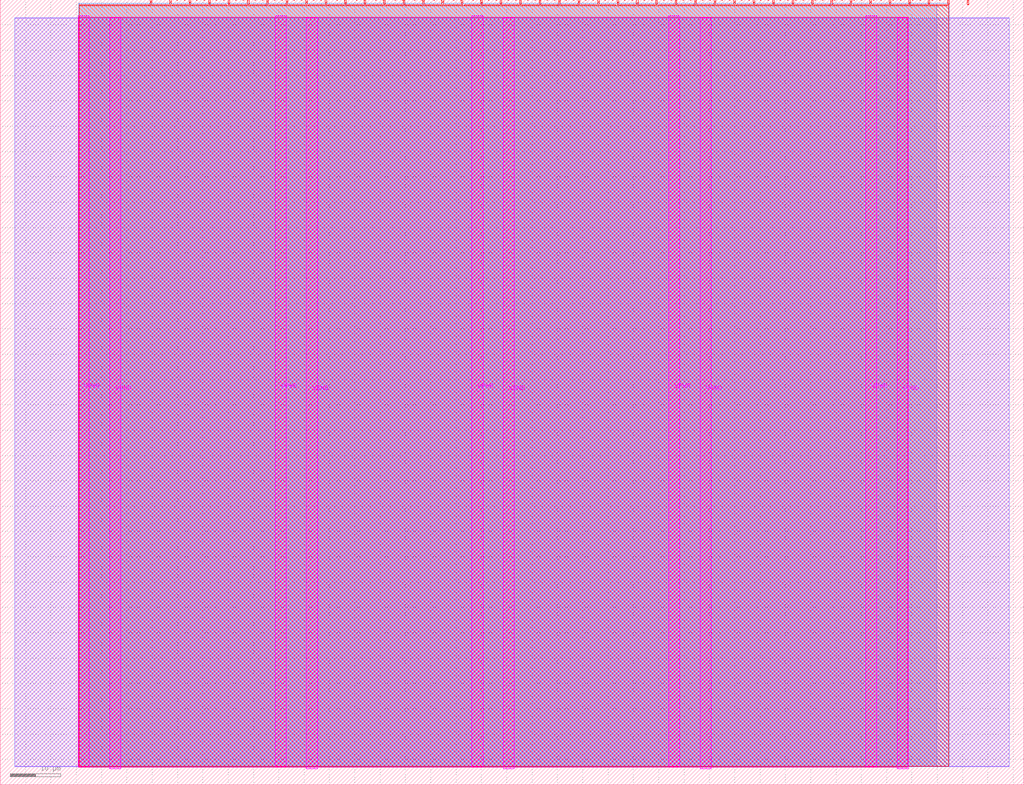
<source format=lef>
VERSION 5.7 ;
  NOWIREEXTENSIONATPIN ON ;
  DIVIDERCHAR "/" ;
  BUSBITCHARS "[]" ;
MACRO tt_um_wokwi_455291738750219265
  CLASS BLOCK ;
  FOREIGN tt_um_wokwi_455291738750219265 ;
  ORIGIN 0.000 0.000 ;
  SIZE 202.080 BY 154.980 ;
  PIN VGND
    DIRECTION INOUT ;
    USE GROUND ;
    PORT
      LAYER TopMetal1 ;
        RECT 21.580 3.150 23.780 151.420 ;
    END
    PORT
      LAYER TopMetal1 ;
        RECT 60.450 3.150 62.650 151.420 ;
    END
    PORT
      LAYER TopMetal1 ;
        RECT 99.320 3.150 101.520 151.420 ;
    END
    PORT
      LAYER TopMetal1 ;
        RECT 138.190 3.150 140.390 151.420 ;
    END
    PORT
      LAYER TopMetal1 ;
        RECT 177.060 3.150 179.260 151.420 ;
    END
  END VGND
  PIN VPWR
    DIRECTION INOUT ;
    USE POWER ;
    PORT
      LAYER TopMetal1 ;
        RECT 15.380 3.560 17.580 151.830 ;
    END
    PORT
      LAYER TopMetal1 ;
        RECT 54.250 3.560 56.450 151.830 ;
    END
    PORT
      LAYER TopMetal1 ;
        RECT 93.120 3.560 95.320 151.830 ;
    END
    PORT
      LAYER TopMetal1 ;
        RECT 131.990 3.560 134.190 151.830 ;
    END
    PORT
      LAYER TopMetal1 ;
        RECT 170.860 3.560 173.060 151.830 ;
    END
  END VPWR
  PIN clk
    DIRECTION INPUT ;
    USE SIGNAL ;
    ANTENNAGATEAREA 0.241800 ;
    PORT
      LAYER Metal4 ;
        RECT 187.050 153.980 187.350 154.980 ;
    END
  END clk
  PIN ena
    DIRECTION INPUT ;
    USE SIGNAL ;
    PORT
      LAYER Metal4 ;
        RECT 190.890 153.980 191.190 154.980 ;
    END
  END ena
  PIN rst_n
    DIRECTION INPUT ;
    USE SIGNAL ;
    ANTENNAGATEAREA 0.180700 ;
    PORT
      LAYER Metal4 ;
        RECT 183.210 153.980 183.510 154.980 ;
    END
  END rst_n
  PIN ui_in[0]
    DIRECTION INPUT ;
    USE SIGNAL ;
    ANTENNAGATEAREA 0.180700 ;
    PORT
      LAYER Metal4 ;
        RECT 179.370 153.980 179.670 154.980 ;
    END
  END ui_in[0]
  PIN ui_in[1]
    DIRECTION INPUT ;
    USE SIGNAL ;
    PORT
      LAYER Metal4 ;
        RECT 175.530 153.980 175.830 154.980 ;
    END
  END ui_in[1]
  PIN ui_in[2]
    DIRECTION INPUT ;
    USE SIGNAL ;
    ANTENNAGATEAREA 0.180700 ;
    PORT
      LAYER Metal4 ;
        RECT 171.690 153.980 171.990 154.980 ;
    END
  END ui_in[2]
  PIN ui_in[3]
    DIRECTION INPUT ;
    USE SIGNAL ;
    ANTENNAGATEAREA 0.180700 ;
    PORT
      LAYER Metal4 ;
        RECT 167.850 153.980 168.150 154.980 ;
    END
  END ui_in[3]
  PIN ui_in[4]
    DIRECTION INPUT ;
    USE SIGNAL ;
    ANTENNAGATEAREA 0.180700 ;
    PORT
      LAYER Metal4 ;
        RECT 164.010 153.980 164.310 154.980 ;
    END
  END ui_in[4]
  PIN ui_in[5]
    DIRECTION INPUT ;
    USE SIGNAL ;
    ANTENNAGATEAREA 0.180700 ;
    PORT
      LAYER Metal4 ;
        RECT 160.170 153.980 160.470 154.980 ;
    END
  END ui_in[5]
  PIN ui_in[6]
    DIRECTION INPUT ;
    USE SIGNAL ;
    ANTENNAGATEAREA 0.180700 ;
    PORT
      LAYER Metal4 ;
        RECT 156.330 153.980 156.630 154.980 ;
    END
  END ui_in[6]
  PIN ui_in[7]
    DIRECTION INPUT ;
    USE SIGNAL ;
    ANTENNAGATEAREA 0.180700 ;
    PORT
      LAYER Metal4 ;
        RECT 152.490 153.980 152.790 154.980 ;
    END
  END ui_in[7]
  PIN uio_in[0]
    DIRECTION INPUT ;
    USE SIGNAL ;
    PORT
      LAYER Metal4 ;
        RECT 148.650 153.980 148.950 154.980 ;
    END
  END uio_in[0]
  PIN uio_in[1]
    DIRECTION INPUT ;
    USE SIGNAL ;
    PORT
      LAYER Metal4 ;
        RECT 144.810 153.980 145.110 154.980 ;
    END
  END uio_in[1]
  PIN uio_in[2]
    DIRECTION INPUT ;
    USE SIGNAL ;
    PORT
      LAYER Metal4 ;
        RECT 140.970 153.980 141.270 154.980 ;
    END
  END uio_in[2]
  PIN uio_in[3]
    DIRECTION INPUT ;
    USE SIGNAL ;
    PORT
      LAYER Metal4 ;
        RECT 137.130 153.980 137.430 154.980 ;
    END
  END uio_in[3]
  PIN uio_in[4]
    DIRECTION INPUT ;
    USE SIGNAL ;
    PORT
      LAYER Metal4 ;
        RECT 133.290 153.980 133.590 154.980 ;
    END
  END uio_in[4]
  PIN uio_in[5]
    DIRECTION INPUT ;
    USE SIGNAL ;
    PORT
      LAYER Metal4 ;
        RECT 129.450 153.980 129.750 154.980 ;
    END
  END uio_in[5]
  PIN uio_in[6]
    DIRECTION INPUT ;
    USE SIGNAL ;
    PORT
      LAYER Metal4 ;
        RECT 125.610 153.980 125.910 154.980 ;
    END
  END uio_in[6]
  PIN uio_in[7]
    DIRECTION INPUT ;
    USE SIGNAL ;
    PORT
      LAYER Metal4 ;
        RECT 121.770 153.980 122.070 154.980 ;
    END
  END uio_in[7]
  PIN uio_oe[0]
    DIRECTION OUTPUT ;
    USE SIGNAL ;
    ANTENNADIFFAREA 0.299200 ;
    PORT
      LAYER Metal4 ;
        RECT 56.490 153.980 56.790 154.980 ;
    END
  END uio_oe[0]
  PIN uio_oe[1]
    DIRECTION OUTPUT ;
    USE SIGNAL ;
    ANTENNADIFFAREA 0.299200 ;
    PORT
      LAYER Metal4 ;
        RECT 52.650 153.980 52.950 154.980 ;
    END
  END uio_oe[1]
  PIN uio_oe[2]
    DIRECTION OUTPUT ;
    USE SIGNAL ;
    ANTENNADIFFAREA 0.299200 ;
    PORT
      LAYER Metal4 ;
        RECT 48.810 153.980 49.110 154.980 ;
    END
  END uio_oe[2]
  PIN uio_oe[3]
    DIRECTION OUTPUT ;
    USE SIGNAL ;
    ANTENNADIFFAREA 0.299200 ;
    PORT
      LAYER Metal4 ;
        RECT 44.970 153.980 45.270 154.980 ;
    END
  END uio_oe[3]
  PIN uio_oe[4]
    DIRECTION OUTPUT ;
    USE SIGNAL ;
    ANTENNADIFFAREA 0.299200 ;
    PORT
      LAYER Metal4 ;
        RECT 41.130 153.980 41.430 154.980 ;
    END
  END uio_oe[4]
  PIN uio_oe[5]
    DIRECTION OUTPUT ;
    USE SIGNAL ;
    ANTENNADIFFAREA 0.299200 ;
    PORT
      LAYER Metal4 ;
        RECT 37.290 153.980 37.590 154.980 ;
    END
  END uio_oe[5]
  PIN uio_oe[6]
    DIRECTION OUTPUT ;
    USE SIGNAL ;
    ANTENNADIFFAREA 0.299200 ;
    PORT
      LAYER Metal4 ;
        RECT 33.450 153.980 33.750 154.980 ;
    END
  END uio_oe[6]
  PIN uio_oe[7]
    DIRECTION OUTPUT ;
    USE SIGNAL ;
    ANTENNADIFFAREA 0.299200 ;
    PORT
      LAYER Metal4 ;
        RECT 29.610 153.980 29.910 154.980 ;
    END
  END uio_oe[7]
  PIN uio_out[0]
    DIRECTION OUTPUT ;
    USE SIGNAL ;
    ANTENNADIFFAREA 0.299200 ;
    PORT
      LAYER Metal4 ;
        RECT 87.210 153.980 87.510 154.980 ;
    END
  END uio_out[0]
  PIN uio_out[1]
    DIRECTION OUTPUT ;
    USE SIGNAL ;
    ANTENNADIFFAREA 0.299200 ;
    PORT
      LAYER Metal4 ;
        RECT 83.370 153.980 83.670 154.980 ;
    END
  END uio_out[1]
  PIN uio_out[2]
    DIRECTION OUTPUT ;
    USE SIGNAL ;
    ANTENNADIFFAREA 0.299200 ;
    PORT
      LAYER Metal4 ;
        RECT 79.530 153.980 79.830 154.980 ;
    END
  END uio_out[2]
  PIN uio_out[3]
    DIRECTION OUTPUT ;
    USE SIGNAL ;
    ANTENNADIFFAREA 0.299200 ;
    PORT
      LAYER Metal4 ;
        RECT 75.690 153.980 75.990 154.980 ;
    END
  END uio_out[3]
  PIN uio_out[4]
    DIRECTION OUTPUT ;
    USE SIGNAL ;
    ANTENNADIFFAREA 0.299200 ;
    PORT
      LAYER Metal4 ;
        RECT 71.850 153.980 72.150 154.980 ;
    END
  END uio_out[4]
  PIN uio_out[5]
    DIRECTION OUTPUT ;
    USE SIGNAL ;
    ANTENNADIFFAREA 0.299200 ;
    PORT
      LAYER Metal4 ;
        RECT 68.010 153.980 68.310 154.980 ;
    END
  END uio_out[5]
  PIN uio_out[6]
    DIRECTION OUTPUT ;
    USE SIGNAL ;
    ANTENNADIFFAREA 0.299200 ;
    PORT
      LAYER Metal4 ;
        RECT 64.170 153.980 64.470 154.980 ;
    END
  END uio_out[6]
  PIN uio_out[7]
    DIRECTION OUTPUT ;
    USE SIGNAL ;
    ANTENNADIFFAREA 0.299200 ;
    PORT
      LAYER Metal4 ;
        RECT 60.330 153.980 60.630 154.980 ;
    END
  END uio_out[7]
  PIN uo_out[0]
    DIRECTION OUTPUT ;
    USE SIGNAL ;
    ANTENNADIFFAREA 0.708600 ;
    PORT
      LAYER Metal4 ;
        RECT 117.930 153.980 118.230 154.980 ;
    END
  END uo_out[0]
  PIN uo_out[1]
    DIRECTION OUTPUT ;
    USE SIGNAL ;
    ANTENNADIFFAREA 0.708600 ;
    PORT
      LAYER Metal4 ;
        RECT 114.090 153.980 114.390 154.980 ;
    END
  END uo_out[1]
  PIN uo_out[2]
    DIRECTION OUTPUT ;
    USE SIGNAL ;
    ANTENNADIFFAREA 0.708600 ;
    PORT
      LAYER Metal4 ;
        RECT 110.250 153.980 110.550 154.980 ;
    END
  END uo_out[2]
  PIN uo_out[3]
    DIRECTION OUTPUT ;
    USE SIGNAL ;
    ANTENNADIFFAREA 0.708600 ;
    PORT
      LAYER Metal4 ;
        RECT 106.410 153.980 106.710 154.980 ;
    END
  END uo_out[3]
  PIN uo_out[4]
    DIRECTION OUTPUT ;
    USE SIGNAL ;
    ANTENNADIFFAREA 0.708600 ;
    PORT
      LAYER Metal4 ;
        RECT 102.570 153.980 102.870 154.980 ;
    END
  END uo_out[4]
  PIN uo_out[5]
    DIRECTION OUTPUT ;
    USE SIGNAL ;
    ANTENNADIFFAREA 0.708600 ;
    PORT
      LAYER Metal4 ;
        RECT 98.730 153.980 99.030 154.980 ;
    END
  END uo_out[5]
  PIN uo_out[6]
    DIRECTION OUTPUT ;
    USE SIGNAL ;
    ANTENNADIFFAREA 0.708600 ;
    PORT
      LAYER Metal4 ;
        RECT 94.890 153.980 95.190 154.980 ;
    END
  END uo_out[6]
  PIN uo_out[7]
    DIRECTION OUTPUT ;
    USE SIGNAL ;
    ANTENNADIFFAREA 0.708600 ;
    PORT
      LAYER Metal4 ;
        RECT 91.050 153.980 91.350 154.980 ;
    END
  END uo_out[7]
  OBS
      LAYER GatPoly ;
        RECT 2.880 3.630 199.200 151.350 ;
      LAYER Metal1 ;
        RECT 2.880 3.560 199.200 151.420 ;
      LAYER Metal2 ;
        RECT 15.560 3.635 184.905 154.285 ;
      LAYER Metal3 ;
        RECT 15.515 3.680 187.345 154.240 ;
      LAYER Metal4 ;
        RECT 15.560 153.770 29.400 153.980 ;
        RECT 30.120 153.770 33.240 153.980 ;
        RECT 33.960 153.770 37.080 153.980 ;
        RECT 37.800 153.770 40.920 153.980 ;
        RECT 41.640 153.770 44.760 153.980 ;
        RECT 45.480 153.770 48.600 153.980 ;
        RECT 49.320 153.770 52.440 153.980 ;
        RECT 53.160 153.770 56.280 153.980 ;
        RECT 57.000 153.770 60.120 153.980 ;
        RECT 60.840 153.770 63.960 153.980 ;
        RECT 64.680 153.770 67.800 153.980 ;
        RECT 68.520 153.770 71.640 153.980 ;
        RECT 72.360 153.770 75.480 153.980 ;
        RECT 76.200 153.770 79.320 153.980 ;
        RECT 80.040 153.770 83.160 153.980 ;
        RECT 83.880 153.770 87.000 153.980 ;
        RECT 87.720 153.770 90.840 153.980 ;
        RECT 91.560 153.770 94.680 153.980 ;
        RECT 95.400 153.770 98.520 153.980 ;
        RECT 99.240 153.770 102.360 153.980 ;
        RECT 103.080 153.770 106.200 153.980 ;
        RECT 106.920 153.770 110.040 153.980 ;
        RECT 110.760 153.770 113.880 153.980 ;
        RECT 114.600 153.770 117.720 153.980 ;
        RECT 118.440 153.770 121.560 153.980 ;
        RECT 122.280 153.770 125.400 153.980 ;
        RECT 126.120 153.770 129.240 153.980 ;
        RECT 129.960 153.770 133.080 153.980 ;
        RECT 133.800 153.770 136.920 153.980 ;
        RECT 137.640 153.770 140.760 153.980 ;
        RECT 141.480 153.770 144.600 153.980 ;
        RECT 145.320 153.770 148.440 153.980 ;
        RECT 149.160 153.770 152.280 153.980 ;
        RECT 153.000 153.770 156.120 153.980 ;
        RECT 156.840 153.770 159.960 153.980 ;
        RECT 160.680 153.770 163.800 153.980 ;
        RECT 164.520 153.770 167.640 153.980 ;
        RECT 168.360 153.770 171.480 153.980 ;
        RECT 172.200 153.770 175.320 153.980 ;
        RECT 176.040 153.770 179.160 153.980 ;
        RECT 179.880 153.770 183.000 153.980 ;
        RECT 183.720 153.770 186.840 153.980 ;
        RECT 15.560 3.635 187.300 153.770 ;
      LAYER Metal5 ;
        RECT 15.515 3.470 179.125 151.510 ;
  END
END tt_um_wokwi_455291738750219265
END LIBRARY


</source>
